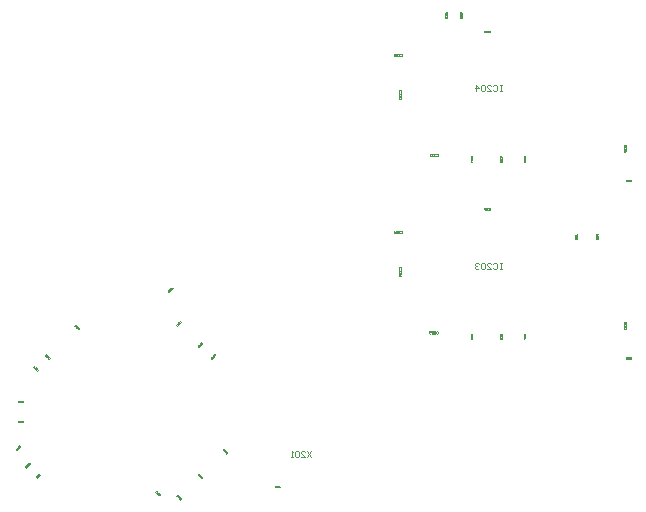
<source format=gbr>
%TF.GenerationSoftware,Altium Limited,Altium Designer,22.4.2 (48)*%
G04 Layer_Color=32896*
%FSLAX26Y26*%
%MOIN*%
%TF.SameCoordinates,0D1A2E3A-66A7-4FCB-BFB3-5B9149DA6B87*%
%TF.FilePolarity,Positive*%
%TF.FileFunction,Other,Bottom_Value*%
%TF.Part,Single*%
G01*
G75*
%TA.AperFunction,NonConductor*%
%ADD100C,0.001000*%
D100*
X5216535Y2972434D02*
X5209976D01*
X5213256D01*
Y2952756D01*
X5216535D01*
X5209976D01*
X5187017Y2969155D02*
X5190297Y2972434D01*
X5196857D01*
X5200136Y2969155D01*
Y2956036D01*
X5196857Y2952756D01*
X5190297D01*
X5187017Y2956036D01*
X5167339Y2952756D02*
X5180458D01*
X5167339Y2965875D01*
Y2969155D01*
X5170619Y2972434D01*
X5177178D01*
X5180458Y2969155D01*
X5160779D02*
X5157499Y2972434D01*
X5150940D01*
X5147660Y2969155D01*
Y2956036D01*
X5150940Y2952756D01*
X5157499D01*
X5160779Y2956036D01*
Y2969155D01*
X5131261Y2952756D02*
Y2972434D01*
X5141101Y2962595D01*
X5127982D01*
X5078740Y3198819D02*
X5083739D01*
Y3201318D01*
X5082905Y3202151D01*
X5081239D01*
X5080406Y3201318D01*
Y3198819D01*
Y3200485D02*
X5078740Y3202151D01*
Y3207150D02*
Y3203817D01*
X5082073Y3207150D01*
X5082905D01*
X5083739Y3206316D01*
Y3204650D01*
X5082905Y3203817D01*
X5078740Y3208816D02*
Y3210482D01*
Y3209649D01*
X5083739D01*
X5082905Y3208816D01*
X5079573Y3212981D02*
X5078740Y3213814D01*
Y3215480D01*
X5079573Y3216313D01*
X5082905D01*
X5083739Y3215480D01*
Y3213814D01*
X5082905Y3212981D01*
X5082073D01*
X5081239Y3213814D01*
Y3216313D01*
X5624923Y2775590D02*
Y2772258D01*
Y2773924D01*
X5629921D01*
Y2770592D02*
X5624923D01*
Y2768093D01*
X5625756Y2767260D01*
X5627422D01*
X5628255Y2768093D01*
Y2770592D01*
Y2768926D02*
X5629921Y2767260D01*
Y2762261D02*
Y2765594D01*
X5626589Y2762261D01*
X5625756D01*
X5624923Y2763095D01*
Y2764761D01*
X5625756Y2765594D01*
Y2760595D02*
X5624923Y2759762D01*
Y2758096D01*
X5625756Y2757263D01*
X5629088D01*
X5629921Y2758096D01*
Y2759762D01*
X5629088Y2760595D01*
X5625756D01*
Y2755597D02*
X5624923Y2754764D01*
Y2753098D01*
X5625756Y2752265D01*
X5626589D01*
X5627422Y2753098D01*
Y2753931D01*
Y2753098D01*
X5628255Y2752265D01*
X5629088D01*
X5629921Y2753098D01*
Y2754764D01*
X5629088Y2755597D01*
X4998689Y2742780D02*
X5000001Y2744092D01*
X5002625D01*
X5003937Y2742780D01*
Y2737532D01*
X5002625Y2736220D01*
X5000001D01*
X4998689Y2737532D01*
X4990818Y2736220D02*
X4996065D01*
X4990818Y2741468D01*
Y2742780D01*
X4992130Y2744092D01*
X4994754D01*
X4996065Y2742780D01*
X4988194D02*
X4986882Y2744092D01*
X4984258D01*
X4982946Y2742780D01*
Y2741468D01*
X4984258Y2740156D01*
X4985570D01*
X4984258D01*
X4982946Y2738844D01*
Y2737532D01*
X4984258Y2736220D01*
X4986882D01*
X4988194Y2737532D01*
X4980323Y2736220D02*
X4977699D01*
X4979011D01*
Y2744092D01*
X4980323Y2742780D01*
X4581693Y1752946D02*
X4568574Y1733268D01*
Y1752946D02*
X4581693Y1733268D01*
X4548895D02*
X4562014D01*
X4548895Y1746387D01*
Y1749667D01*
X4552175Y1752946D01*
X4558734D01*
X4562014Y1749667D01*
X4542336D02*
X4539056Y1752946D01*
X4532496D01*
X4529217Y1749667D01*
Y1736548D01*
X4532496Y1733268D01*
X4539056D01*
X4542336Y1736548D01*
Y1749667D01*
X4522657Y1733268D02*
X4516098D01*
X4519377D01*
Y1752946D01*
X4522657Y1749667D01*
X3607043Y1770414D02*
Y1771592D01*
X3608221Y1772770D01*
X3609399D01*
X3611756Y1770414D01*
Y1769236D01*
X3610577Y1768058D01*
X3609399D01*
X3606454Y1763934D02*
X3608810Y1766291D01*
X3604098D01*
X3603509Y1766880D01*
Y1768058D01*
X3604687Y1769236D01*
X3605865D01*
X3602331Y1765701D02*
X3601152D01*
X3599974Y1764523D01*
Y1763345D01*
X3602330Y1760989D01*
X3603509D01*
X3604687Y1762167D01*
Y1763345D01*
X3602331Y1765701D01*
X3599974Y1757455D02*
X3596440Y1760989D01*
X3599974D01*
X3597618Y1758633D01*
X4135098Y1603106D02*
X4133920D01*
X4132742Y1604284D01*
Y1605462D01*
X4135098Y1607819D01*
X4136276D01*
X4137454Y1606640D01*
Y1605462D01*
X4141578Y1602517D02*
X4139221Y1604873D01*
Y1600161D01*
X4138632Y1599572D01*
X4137454D01*
X4136276Y1600750D01*
Y1601928D01*
X4139810Y1598393D02*
Y1597215D01*
X4140989Y1596037D01*
X4142167D01*
X4144523Y1598393D01*
Y1599572D01*
X4143345Y1600750D01*
X4142167D01*
X4139810Y1598393D01*
X4145112Y1591914D02*
X4142756Y1594270D01*
X4144523Y1596037D01*
X4145112Y1594270D01*
X4145701Y1593681D01*
X4146879D01*
X4148057Y1594859D01*
Y1596037D01*
X4146879Y1597215D01*
X4145701D01*
X4288641Y1756649D02*
X4287463D01*
X4286285Y1757827D01*
Y1759006D01*
X4288641Y1761362D01*
X4289819D01*
X4290997Y1760184D01*
Y1759005D01*
X4295121Y1756060D02*
X4292765Y1758417D01*
Y1753704D01*
X4292176Y1753115D01*
X4290997D01*
X4289819Y1754293D01*
Y1755471D01*
X4293354Y1751937D02*
Y1750759D01*
X4294532Y1749581D01*
X4295710D01*
X4298066Y1751937D01*
Y1753115D01*
X4296888Y1754293D01*
X4295710D01*
X4293354Y1751937D01*
X4298655Y1745457D02*
X4298066Y1747224D01*
Y1749581D01*
X4299244Y1750759D01*
X4300422D01*
X4301601Y1749581D01*
Y1748402D01*
X4301012Y1747813D01*
X4299833D01*
X4298066Y1749581D01*
X4108508Y2287657D02*
Y2286479D01*
X4107330Y2285301D01*
X4106152D01*
X4103796Y2287657D01*
Y2288835D01*
X4104974Y2290013D01*
X4106152D01*
X4109097Y2294137D02*
X4106741Y2291780D01*
X4111454D01*
X4112043Y2291191D01*
Y2290013D01*
X4110864Y2288835D01*
X4109686D01*
X4113221Y2292369D02*
X4114399D01*
X4115577Y2293548D01*
Y2294726D01*
X4113221Y2297082D01*
X4112043D01*
X4110864Y2295904D01*
Y2294726D01*
X4113221Y2292369D01*
X4117344Y2295315D02*
X4119700Y2297671D01*
X4119111Y2298260D01*
X4114399Y2298260D01*
X4113810Y2298849D01*
X4251225Y2064232D02*
Y2063054D01*
X4250047Y2061876D01*
X4248868D01*
X4246512Y2064232D01*
Y2065410D01*
X4247690Y2066588D01*
X4248868D01*
X4251814Y2070711D02*
X4249458Y2068355D01*
X4254170D01*
X4254759Y2067766D01*
Y2066588D01*
X4253581Y2065410D01*
X4252403D01*
X4255937Y2068944D02*
X4257115D01*
X4258293Y2070122D01*
Y2071301D01*
X4255937Y2073657D01*
X4254759D01*
X4253581Y2072479D01*
Y2071300D01*
X4255937Y2068944D01*
X4259472Y2072479D02*
X4260650D01*
X4261828Y2073657D01*
Y2074835D01*
X4261239Y2075424D01*
X4260061D01*
Y2076602D01*
X4259472Y2077191D01*
X4258293D01*
X4257115Y2076013D01*
Y2074835D01*
X4257704Y2074246D01*
X4258883D01*
Y2073068D01*
X4259472Y2072479D01*
X4258883Y2074246D02*
X4260061Y2075424D01*
X4207918Y2103602D02*
Y2102424D01*
X4206739Y2101245D01*
X4205561D01*
X4203205Y2103602D01*
Y2104780D01*
X4204383Y2105958D01*
X4205561D01*
X4208507Y2110081D02*
X4206150Y2107725D01*
X4210863D01*
X4211452Y2107136D01*
Y2105958D01*
X4210274Y2104780D01*
X4209096D01*
X4212630Y2108314D02*
X4213808D01*
X4214986Y2109492D01*
Y2110671D01*
X4212630Y2113027D01*
X4211452D01*
X4210274Y2111849D01*
Y2110671D01*
X4212630Y2108314D01*
X4213808Y2114205D02*
Y2115383D01*
X4214986Y2116561D01*
X4216165D01*
X4218521Y2114205D01*
Y2113027D01*
X4217343Y2111849D01*
X4216164D01*
X4215575Y2112438D01*
Y2113616D01*
X4217343Y2115383D01*
X4137051Y2174468D02*
Y2173290D01*
X4135873Y2172112D01*
X4134695D01*
X4132339Y2174468D01*
Y2175646D01*
X4133517Y2176824D01*
X4134695D01*
X4137641Y2180948D02*
X4135284Y2178591D01*
X4139997D01*
X4140586Y2178002D01*
Y2176824D01*
X4139408Y2175646D01*
X4138230D01*
X4138819Y2182126D02*
X4139997Y2183304D01*
X4139408Y2182715D01*
X4142942Y2179180D01*
X4141764D01*
X4144709Y2182126D02*
X4145887D01*
X4147066Y2183304D01*
Y2184482D01*
X4144709Y2186838D01*
X4143531D01*
X4142353Y2185660D01*
Y2184482D01*
X4144709Y2182126D01*
X4065216Y1614917D02*
X4064038D01*
X4062860Y1616095D01*
Y1617273D01*
X4065216Y1619630D01*
X4066394D01*
X4067572Y1618451D01*
Y1617273D01*
X4071696Y1614328D02*
X4069339Y1616684D01*
Y1611972D01*
X4068750Y1611383D01*
X4067572D01*
X4066394Y1612561D01*
Y1613739D01*
X4072874Y1613150D02*
X4074052Y1611972D01*
X4073463Y1612561D01*
X4069928Y1609026D01*
Y1610205D01*
X4075819D02*
X4076997Y1609026D01*
X4076408Y1609615D01*
X4072874Y1606081D01*
Y1607259D01*
X3805847Y2164610D02*
X3807025D01*
X3808203Y2163432D01*
Y2162254D01*
X3805847Y2159898D01*
X3804669D01*
X3803491Y2161076D01*
Y2162254D01*
X3799367Y2165200D02*
X3801724Y2162843D01*
Y2167556D01*
X3802313Y2168145D01*
X3803491D01*
X3804669Y2166967D01*
Y2165789D01*
X3798189Y2166378D02*
X3797011Y2167556D01*
X3797600Y2166967D01*
X3801135Y2170501D01*
Y2169323D01*
X3792888Y2171679D02*
X3795244Y2169323D01*
Y2174036D01*
X3795833Y2174625D01*
X3797011D01*
X3798189Y2173447D01*
Y2172268D01*
X3707422Y2066185D02*
X3708600D01*
X3709778Y2065007D01*
Y2063829D01*
X3707422Y2061473D01*
X3706244D01*
X3705066Y2062651D01*
Y2063829D01*
X3700942Y2066774D02*
X3703298Y2064418D01*
Y2069131D01*
X3703887Y2069720D01*
X3705066D01*
X3706244Y2068542D01*
Y2067363D01*
X3699764Y2067952D02*
X3698586Y2069131D01*
X3699175Y2068542D01*
X3702709Y2072076D01*
Y2070898D01*
X3699764Y2073843D02*
Y2075021D01*
X3698586Y2076199D01*
X3697408D01*
X3696819Y2075610D01*
Y2074432D01*
X3697408Y2073843D01*
X3696819Y2074432D01*
X3695640D01*
X3695052Y2073843D01*
Y2072665D01*
X3696230Y2071487D01*
X3697408D01*
X3668052Y2026815D02*
X3669230D01*
X3670408Y2025637D01*
Y2024459D01*
X3668052Y2022103D01*
X3666874D01*
X3665695Y2023281D01*
Y2024459D01*
X3661572Y2027404D02*
X3663928Y2025048D01*
Y2029761D01*
X3664517Y2030350D01*
X3665695D01*
X3666874Y2029172D01*
Y2027993D01*
X3660394Y2028582D02*
X3659216Y2029761D01*
X3659805Y2029172D01*
X3663339Y2032706D01*
Y2031528D01*
X3655681Y2033295D02*
X3659216Y2036829D01*
Y2033295D01*
X3656860Y2035651D01*
X4205964Y1673972D02*
X4204786D01*
X4203608Y1675150D01*
Y1676328D01*
X4205964Y1678685D01*
X4207142D01*
X4208320Y1677506D01*
Y1676328D01*
X4212444Y1673383D02*
X4210087Y1675739D01*
Y1671027D01*
X4209498Y1670438D01*
X4208320D01*
X4207142Y1671616D01*
Y1672794D01*
X4213622Y1672205D02*
X4214800Y1671027D01*
X4214211Y1671616D01*
X4210676Y1668081D01*
Y1669260D01*
X4215389Y1663369D02*
X4213033Y1665725D01*
X4214800Y1667492D01*
X4215389Y1665725D01*
X4215978Y1665136D01*
X4217156D01*
X4218334Y1666314D01*
Y1667492D01*
X4217156Y1668670D01*
X4215978D01*
X4462978Y1634614D02*
X4462145Y1633781D01*
X4460479D01*
X4459646Y1634614D01*
Y1637947D01*
X4460479Y1638780D01*
X4462145D01*
X4462978Y1637947D01*
X4467976Y1638780D02*
X4464644D01*
X4467976Y1635447D01*
Y1634614D01*
X4467143Y1633781D01*
X4465477D01*
X4464644Y1634614D01*
X4469642Y1638780D02*
X4471309D01*
X4470476D01*
Y1633781D01*
X4469642Y1634614D01*
X4473808Y1633781D02*
X4477140D01*
Y1634614D01*
X4473808Y1637947D01*
Y1638780D01*
X4875330Y2360894D02*
X4874018Y2362206D01*
Y2364830D01*
X4875330Y2366142D01*
X4880578D01*
X4881890Y2364830D01*
Y2362206D01*
X4880578Y2360894D01*
X4881890Y2353023D02*
Y2358270D01*
X4876642Y2353023D01*
X4875330D01*
X4874018Y2354334D01*
Y2356958D01*
X4875330Y2358270D01*
X4881890Y2345151D02*
Y2350399D01*
X4876642Y2345151D01*
X4875330D01*
X4874018Y2346463D01*
Y2349087D01*
X4875330Y2350399D01*
X4881890Y2338591D02*
X4874018D01*
X4877954Y2342527D01*
Y2337280D01*
X4998689Y2152229D02*
X5000001Y2153541D01*
X5002625D01*
X5003937Y2152229D01*
Y2146981D01*
X5002625Y2145669D01*
X5000001D01*
X4998689Y2146981D01*
X4990818Y2145669D02*
X4996065D01*
X4990818Y2150917D01*
Y2152229D01*
X4992130Y2153541D01*
X4994754D01*
X4996065Y2152229D01*
X4982946Y2145669D02*
X4988194D01*
X4982946Y2150917D01*
Y2152229D01*
X4984258Y2153541D01*
X4986882D01*
X4988194Y2152229D01*
X4975075Y2153541D02*
X4980323D01*
Y2149605D01*
X4977699Y2150917D01*
X4976387D01*
X4975075Y2149605D01*
Y2146981D01*
X4976387Y2145669D01*
X4979011D01*
X4980323Y2146981D01*
X4880579Y2486874D02*
X4881891Y2488186D01*
X4884515D01*
X4885827Y2486874D01*
Y2481627D01*
X4884515Y2480315D01*
X4881891D01*
X4880579Y2481627D01*
X4872708Y2480315D02*
X4877955D01*
X4872708Y2485562D01*
Y2486874D01*
X4874020Y2488186D01*
X4876643D01*
X4877955Y2486874D01*
X4864836Y2480315D02*
X4870084D01*
X4864836Y2485562D01*
Y2486874D01*
X4866148Y2488186D01*
X4868772D01*
X4870084Y2486874D01*
X4856965Y2488186D02*
X4859588Y2486874D01*
X4862212Y2484251D01*
Y2481627D01*
X4860900Y2480315D01*
X4858277D01*
X4856965Y2481627D01*
Y2482939D01*
X4858277Y2484251D01*
X4862212D01*
X5291110Y2142337D02*
X5290277Y2143170D01*
Y2144836D01*
X5291110Y2145669D01*
X5294443D01*
X5295276Y2144836D01*
Y2143170D01*
X5294443Y2142337D01*
X5295276Y2137338D02*
Y2140671D01*
X5291943Y2137338D01*
X5291110D01*
X5290277Y2138172D01*
Y2139838D01*
X5291110Y2140671D01*
X5295276Y2132340D02*
Y2135672D01*
X5291943Y2132340D01*
X5291110D01*
X5290277Y2133173D01*
Y2134839D01*
X5291110Y2135672D01*
X5290277Y2130674D02*
Y2127342D01*
X5291110D01*
X5294443Y2130674D01*
X5295276D01*
X5113945Y2142337D02*
X5113112Y2143170D01*
Y2144836D01*
X5113945Y2145669D01*
X5117277D01*
X5118110Y2144836D01*
Y2143170D01*
X5117277Y2142337D01*
X5118110Y2137338D02*
Y2140671D01*
X5114778Y2137338D01*
X5113945D01*
X5113112Y2138172D01*
Y2139838D01*
X5113945Y2140671D01*
X5118110Y2132340D02*
Y2135672D01*
X5114778Y2132340D01*
X5113945D01*
X5113112Y2133173D01*
Y2134839D01*
X5113945Y2135672D01*
Y2130674D02*
X5113112Y2129841D01*
Y2128175D01*
X5113945Y2127342D01*
X5114778D01*
X5115611Y2128175D01*
X5116444Y2127342D01*
X5117277D01*
X5118110Y2128175D01*
Y2129841D01*
X5117277Y2130674D01*
X5116444D01*
X5115611Y2129841D01*
X5114778Y2130674D01*
X5113945D01*
X5115611Y2129841D02*
Y2128175D01*
X5212370Y2142337D02*
X5211537Y2143170D01*
Y2144836D01*
X5212370Y2145669D01*
X5215702D01*
X5216535Y2144836D01*
Y2143170D01*
X5215702Y2142337D01*
X5216535Y2137338D02*
Y2140671D01*
X5213203Y2137338D01*
X5212370D01*
X5211537Y2138172D01*
Y2139838D01*
X5212370Y2140671D01*
X5216535Y2132340D02*
Y2135672D01*
X5213203Y2132340D01*
X5212370D01*
X5211537Y2133173D01*
Y2134839D01*
X5212370Y2135672D01*
X5215702Y2130674D02*
X5216535Y2129841D01*
Y2128175D01*
X5215702Y2127342D01*
X5212370D01*
X5211537Y2128175D01*
Y2129841D01*
X5212370Y2130674D01*
X5213203D01*
X5214036Y2129841D01*
Y2127342D01*
X4875330Y2951445D02*
X4874018Y2952757D01*
Y2955381D01*
X4875330Y2956693D01*
X4880578D01*
X4881890Y2955381D01*
Y2952757D01*
X4880578Y2951445D01*
X4881890Y2943574D02*
Y2948821D01*
X4876642Y2943574D01*
X4875330D01*
X4874018Y2944886D01*
Y2947510D01*
X4875330Y2948821D01*
Y2940950D02*
X4874018Y2939638D01*
Y2937014D01*
X4875330Y2935702D01*
X4876642D01*
X4877954Y2937014D01*
Y2938326D01*
Y2937014D01*
X4879266Y2935702D01*
X4880578D01*
X4881890Y2937014D01*
Y2939638D01*
X4880578Y2940950D01*
X4875330Y2933078D02*
X4874018Y2931767D01*
Y2929143D01*
X4875330Y2927831D01*
X4880578D01*
X4881890Y2929143D01*
Y2931767D01*
X4880578Y2933078D01*
X4875330D01*
X4880579Y3077426D02*
X4881891Y3078738D01*
X4884515D01*
X4885827Y3077426D01*
Y3072178D01*
X4884515Y3070866D01*
X4881891D01*
X4880579Y3072178D01*
X4872708Y3070866D02*
X4877955D01*
X4872708Y3076114D01*
Y3077426D01*
X4874020Y3078738D01*
X4876643D01*
X4877955Y3077426D01*
X4870084D02*
X4868772Y3078738D01*
X4866148D01*
X4864836Y3077426D01*
Y3076114D01*
X4866148Y3074802D01*
X4867460D01*
X4866148D01*
X4864836Y3073490D01*
Y3072178D01*
X4866148Y3070866D01*
X4868772D01*
X4870084Y3072178D01*
X4856965Y3070866D02*
X4862212D01*
X4856965Y3076114D01*
Y3077426D01*
X4858277Y3078738D01*
X4860900D01*
X4862212Y3077426D01*
X5291110Y2732888D02*
X5290277Y2733721D01*
Y2735387D01*
X5291110Y2736220D01*
X5294443D01*
X5295276Y2735387D01*
Y2733721D01*
X5294443Y2732888D01*
X5295276Y2727890D02*
Y2731222D01*
X5291943Y2727890D01*
X5291110D01*
X5290277Y2728723D01*
Y2730389D01*
X5291110Y2731222D01*
Y2726224D02*
X5290277Y2725391D01*
Y2723724D01*
X5291110Y2722891D01*
X5291943D01*
X5292776Y2723724D01*
Y2724558D01*
Y2723724D01*
X5293609Y2722891D01*
X5294443D01*
X5295276Y2723724D01*
Y2725391D01*
X5294443Y2726224D01*
X5291110Y2721225D02*
X5290277Y2720392D01*
Y2718726D01*
X5291110Y2717893D01*
X5291943D01*
X5292776Y2718726D01*
Y2719559D01*
Y2718726D01*
X5293609Y2717893D01*
X5294443D01*
X5295276Y2718726D01*
Y2720392D01*
X5294443Y2721225D01*
X5113945Y2732888D02*
X5113112Y2733721D01*
Y2735387D01*
X5113945Y2736220D01*
X5117277D01*
X5118110Y2735387D01*
Y2733721D01*
X5117277Y2732888D01*
X5118110Y2727890D02*
Y2731222D01*
X5114778Y2727890D01*
X5113945D01*
X5113112Y2728723D01*
Y2730389D01*
X5113945Y2731222D01*
Y2726224D02*
X5113112Y2725391D01*
Y2723724D01*
X5113945Y2722891D01*
X5114778D01*
X5115611Y2723724D01*
Y2724558D01*
Y2723724D01*
X5116444Y2722891D01*
X5117277D01*
X5118110Y2723724D01*
Y2725391D01*
X5117277Y2726224D01*
X5118110Y2718726D02*
X5113112D01*
X5115611Y2721225D01*
Y2717893D01*
X5212370Y2732888D02*
X5211537Y2733721D01*
Y2735387D01*
X5212370Y2736220D01*
X5215702D01*
X5216535Y2735387D01*
Y2733721D01*
X5215702Y2732888D01*
X5216535Y2727890D02*
Y2731222D01*
X5213203Y2727890D01*
X5212370D01*
X5211537Y2728723D01*
Y2730389D01*
X5212370Y2731222D01*
Y2726224D02*
X5211537Y2725391D01*
Y2723724D01*
X5212370Y2722891D01*
X5213203D01*
X5214036Y2723724D01*
Y2724558D01*
Y2723724D01*
X5214869Y2722891D01*
X5215702D01*
X5216535Y2723724D01*
Y2725391D01*
X5215702Y2726224D01*
X5211537Y2717893D02*
Y2721225D01*
X5214036D01*
X5213203Y2719559D01*
Y2718726D01*
X5214036Y2717893D01*
X5215702D01*
X5216535Y2718726D01*
Y2720392D01*
X5215702Y2721225D01*
X5216535Y2381883D02*
X5209976D01*
X5213256D01*
Y2362205D01*
X5216535D01*
X5209976D01*
X5187017Y2378604D02*
X5190297Y2381883D01*
X5196857D01*
X5200136Y2378604D01*
Y2365485D01*
X5196857Y2362205D01*
X5190297D01*
X5187017Y2365485D01*
X5167339Y2362205D02*
X5180458D01*
X5167339Y2375324D01*
Y2378604D01*
X5170619Y2381883D01*
X5177178D01*
X5180458Y2378604D01*
X5160779D02*
X5157499Y2381883D01*
X5150940D01*
X5147660Y2378604D01*
Y2365485D01*
X5150940Y2362205D01*
X5157499D01*
X5160779Y2365485D01*
Y2378604D01*
X5141101D02*
X5137821Y2381883D01*
X5131261D01*
X5127982Y2378604D01*
Y2375324D01*
X5131261Y2372044D01*
X5134541D01*
X5131261D01*
X5127982Y2368764D01*
Y2365485D01*
X5131261Y2362205D01*
X5137821D01*
X5141101Y2365485D01*
X5629921Y2066929D02*
Y2061931D01*
X5632421D01*
X5633254Y2062764D01*
Y2064430D01*
X5632421Y2065263D01*
X5629921D01*
X5631587D02*
X5633254Y2066929D01*
X5638252D02*
X5634920D01*
X5638252Y2063597D01*
Y2062764D01*
X5637419Y2061931D01*
X5635753D01*
X5634920Y2062764D01*
X5639918D02*
X5640751Y2061931D01*
X5642417D01*
X5643250Y2062764D01*
Y2066096D01*
X5642417Y2066929D01*
X5640751D01*
X5639918Y2066096D01*
Y2062764D01*
X5648249Y2066929D02*
X5644917D01*
X5648249Y2063597D01*
Y2062764D01*
X5647416Y2061931D01*
X5645750D01*
X5644917Y2062764D01*
X5629921Y2657480D02*
Y2652482D01*
X5632421D01*
X5633254Y2653315D01*
Y2654981D01*
X5632421Y2655814D01*
X5629921D01*
X5631587D02*
X5633254Y2657480D01*
X5638252D02*
X5634920D01*
X5638252Y2654148D01*
Y2653315D01*
X5637419Y2652482D01*
X5635753D01*
X5634920Y2653315D01*
X5639918D02*
X5640751Y2652482D01*
X5642417D01*
X5643250Y2653315D01*
Y2656647D01*
X5642417Y2657480D01*
X5640751D01*
X5639918Y2656647D01*
Y2653315D01*
X5644917D02*
X5645750Y2652482D01*
X5647416D01*
X5648249Y2653315D01*
Y2654148D01*
X5647416Y2654981D01*
X5646583D01*
X5647416D01*
X5648249Y2655814D01*
Y2656647D01*
X5647416Y2657480D01*
X5645750D01*
X5644917Y2656647D01*
X5624923Y2185039D02*
Y2181707D01*
Y2183373D01*
X5629921D01*
Y2180041D02*
X5624923D01*
Y2177542D01*
X5625756Y2176709D01*
X5627422D01*
X5628255Y2177542D01*
Y2180041D01*
Y2178375D02*
X5629921Y2176709D01*
Y2171710D02*
Y2175043D01*
X5626589Y2171710D01*
X5625756D01*
X5624923Y2172543D01*
Y2174209D01*
X5625756Y2175043D01*
Y2170044D02*
X5624923Y2169211D01*
Y2167545D01*
X5625756Y2166712D01*
X5629088D01*
X5629921Y2167545D01*
Y2169211D01*
X5629088Y2170044D01*
X5625756D01*
X5629921Y2161713D02*
Y2165046D01*
X5626589Y2161713D01*
X5625756D01*
X5624923Y2162546D01*
Y2164213D01*
X5625756Y2165046D01*
X5177165Y2559055D02*
Y2564053D01*
X5174666D01*
X5173833Y2563220D01*
Y2561554D01*
X5174666Y2560721D01*
X5177165D01*
X5175499D02*
X5173833Y2559055D01*
X5168835D02*
X5172167D01*
X5168835Y2562387D01*
Y2563220D01*
X5169668Y2564053D01*
X5171334D01*
X5172167Y2563220D01*
X5167168D02*
X5166335Y2564053D01*
X5164669D01*
X5163836Y2563220D01*
Y2559888D01*
X5164669Y2559055D01*
X5166335D01*
X5167168Y2559888D01*
Y2563220D01*
X5158838Y2564053D02*
X5162170D01*
Y2561554D01*
X5160504Y2562387D01*
X5159671D01*
X5158838Y2561554D01*
Y2559888D01*
X5159671Y2559055D01*
X5161337D01*
X5162170Y2559888D01*
X5177165Y3149606D02*
Y3154605D01*
X5174666D01*
X5173833Y3153772D01*
Y3152106D01*
X5174666Y3151272D01*
X5177165D01*
X5175499D02*
X5173833Y3149606D01*
X5168835D02*
X5172167D01*
X5168835Y3152939D01*
Y3153772D01*
X5169668Y3154605D01*
X5171334D01*
X5172167Y3153772D01*
X5167168D02*
X5166335Y3154605D01*
X5164669D01*
X5163836Y3153772D01*
Y3150439D01*
X5164669Y3149606D01*
X5166335D01*
X5167168Y3150439D01*
Y3153772D01*
X5158838Y3154605D02*
X5160504Y3153772D01*
X5162170Y3152106D01*
Y3150439D01*
X5161337Y3149606D01*
X5159671D01*
X5158838Y3150439D01*
Y3151272D01*
X5159671Y3152106D01*
X5162170D01*
X3622047Y1917323D02*
Y1922321D01*
X3619548D01*
X3618715Y1921488D01*
Y1919822D01*
X3619548Y1918989D01*
X3622047D01*
X3620381D02*
X3618715Y1917323D01*
X3613716D02*
X3617049D01*
X3613716Y1920655D01*
Y1921488D01*
X3614550Y1922321D01*
X3616216D01*
X3617049Y1921488D01*
X3612050D02*
X3611217Y1922321D01*
X3609551D01*
X3608718Y1921488D01*
Y1918156D01*
X3609551Y1917323D01*
X3611217D01*
X3612050Y1918156D01*
Y1921488D01*
X3607052D02*
X3606219Y1922321D01*
X3604553D01*
X3603720Y1921488D01*
Y1920655D01*
X3604553Y1919822D01*
X3603720Y1918989D01*
Y1918156D01*
X3604553Y1917323D01*
X3606219D01*
X3607052Y1918156D01*
Y1918989D01*
X3606219Y1919822D01*
X3607052Y1920655D01*
Y1921488D01*
X3606219Y1919822D02*
X3604553D01*
X3627813Y1702616D02*
X3631347Y1699082D01*
X3633115Y1700849D01*
Y1702027D01*
X3631936Y1703205D01*
X3630758D01*
X3628991Y1701438D01*
X3630169Y1702616D02*
X3630169Y1704972D01*
X3633704Y1708507D02*
X3631347Y1706150D01*
X3636060D01*
X3636649Y1705561D01*
Y1704383D01*
X3635471Y1703205D01*
X3634293D01*
X3637827Y1706739D02*
X3639005D01*
X3640183Y1707918D01*
Y1709096D01*
X3637827Y1711452D01*
X3636649D01*
X3635471Y1710274D01*
Y1709096D01*
X3637827Y1706739D01*
X3641950Y1709685D02*
X3644307Y1712041D01*
X3643718Y1712630D01*
X3639005Y1712630D01*
X3638416Y1713219D01*
X3663246Y1667183D02*
X3666780Y1663649D01*
X3668548Y1665416D01*
Y1666594D01*
X3667369Y1667772D01*
X3666191D01*
X3664424Y1666005D01*
X3665602Y1667183D02*
X3665602Y1669539D01*
X3669137Y1673074D02*
X3666780Y1670717D01*
X3671493D01*
X3672082Y1670128D01*
Y1668950D01*
X3670904Y1667772D01*
X3669726D01*
X3673260Y1671306D02*
X3674438D01*
X3675616Y1672485D01*
Y1673663D01*
X3673260Y1676019D01*
X3672082D01*
X3670904Y1674841D01*
Y1673663D01*
X3673260Y1671306D01*
X3673849Y1677786D02*
X3675027Y1678964D01*
X3674438Y1678375D01*
X3677973Y1674841D01*
X3676794D01*
X3622047Y1850394D02*
Y1855392D01*
X3619548D01*
X3618715Y1854559D01*
Y1852893D01*
X3619548Y1852060D01*
X3622047D01*
X3620381D02*
X3618715Y1850394D01*
X3613716D02*
X3617049D01*
X3613716Y1853726D01*
Y1854559D01*
X3614550Y1855392D01*
X3616216D01*
X3617049Y1854559D01*
X3612050D02*
X3611217Y1855392D01*
X3609551D01*
X3608718Y1854559D01*
Y1851227D01*
X3609551Y1850394D01*
X3611217D01*
X3612050Y1851227D01*
Y1854559D01*
X3604553Y1850394D02*
Y1855392D01*
X3607052Y1852893D01*
X3603720D01*
X5531496Y2460630D02*
X5536494D01*
Y2463129D01*
X5535661Y2463962D01*
X5533995D01*
X5533162Y2463129D01*
Y2460630D01*
Y2462296D02*
X5531496Y2463962D01*
Y2468961D02*
Y2465628D01*
X5534828Y2468961D01*
X5535661D01*
X5536494Y2468128D01*
Y2466461D01*
X5535661Y2465628D01*
X5531496Y2470627D02*
Y2472293D01*
Y2471460D01*
X5536494D01*
X5535661Y2470627D01*
X5536494Y2478124D02*
X5535661Y2476458D01*
X5533995Y2474792D01*
X5532329D01*
X5531496Y2475625D01*
Y2477291D01*
X5532329Y2478124D01*
X5533162D01*
X5533995Y2477291D01*
Y2474792D01*
X5462598Y2460630D02*
X5467597D01*
Y2463129D01*
X5466764Y2463962D01*
X5465098D01*
X5464265Y2463129D01*
Y2460630D01*
Y2462296D02*
X5462598Y2463962D01*
Y2468961D02*
Y2465628D01*
X5465931Y2468961D01*
X5466764D01*
X5467597Y2468128D01*
Y2466461D01*
X5466764Y2465628D01*
X5462598Y2470627D02*
Y2472293D01*
Y2471460D01*
X5467597D01*
X5466764Y2470627D01*
X5467597Y2474792D02*
Y2478124D01*
X5466764D01*
X5463431Y2474792D01*
X5462598D01*
X5029528Y3198819D02*
X5034526D01*
Y3201318D01*
X5033693Y3202151D01*
X5032027D01*
X5031194Y3201318D01*
Y3198819D01*
Y3200485D02*
X5029528Y3202151D01*
Y3207150D02*
Y3203817D01*
X5032860Y3207150D01*
X5033693D01*
X5034526Y3206316D01*
Y3204650D01*
X5033693Y3203817D01*
X5029528Y3208816D02*
Y3210482D01*
Y3209649D01*
X5034526D01*
X5033693Y3208816D01*
Y3212981D02*
X5034526Y3213814D01*
Y3215480D01*
X5033693Y3216313D01*
X5032860D01*
X5032027Y3215480D01*
X5031194Y3216313D01*
X5030361D01*
X5029528Y3215480D01*
Y3213814D01*
X5030361Y3212981D01*
X5031194D01*
X5032027Y3213814D01*
X5032860Y3212981D01*
X5033693D01*
X5032027Y3213814D02*
Y3215480D01*
%TF.MD5,2ca7eb818f37e026a5b2e8660f78527c*%
M02*

</source>
